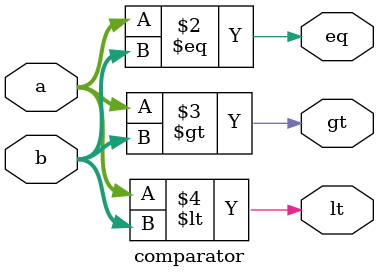
<source format=sv>
module comparator(
    input logic [7:0] a, b, // Entradas de 8 bits
    output logic eq,        // Igualdade
    output logic gt,        // Maior que
    output logic lt         // Menor que
);
    always_comb begin // always para bloco combinacional
        eq = (a == b); // Igualdade
        gt = (a > b);  // Maior que
        lt = (a < b);  // Menor que
    end

endmodule

</source>
